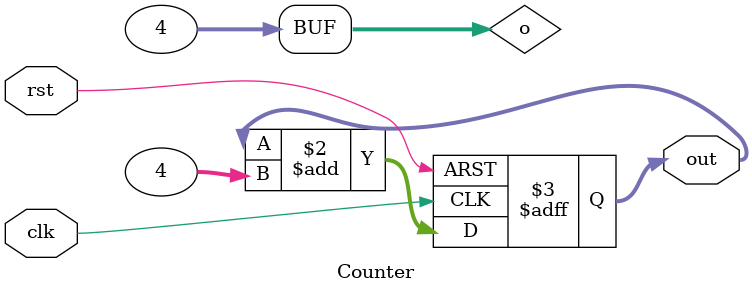
<source format=v>
module Counter(
    input wire rst,
    input wire clk,
    output reg [31:0] out
);
    wire [31:0] o;
    assign o = 32'd4;

    always @(posedge clk or posedge rst) begin
        if (rst) 
            out <= 32'b0; 
        else 
            out <= out + o; 
    end
endmodule

</source>
